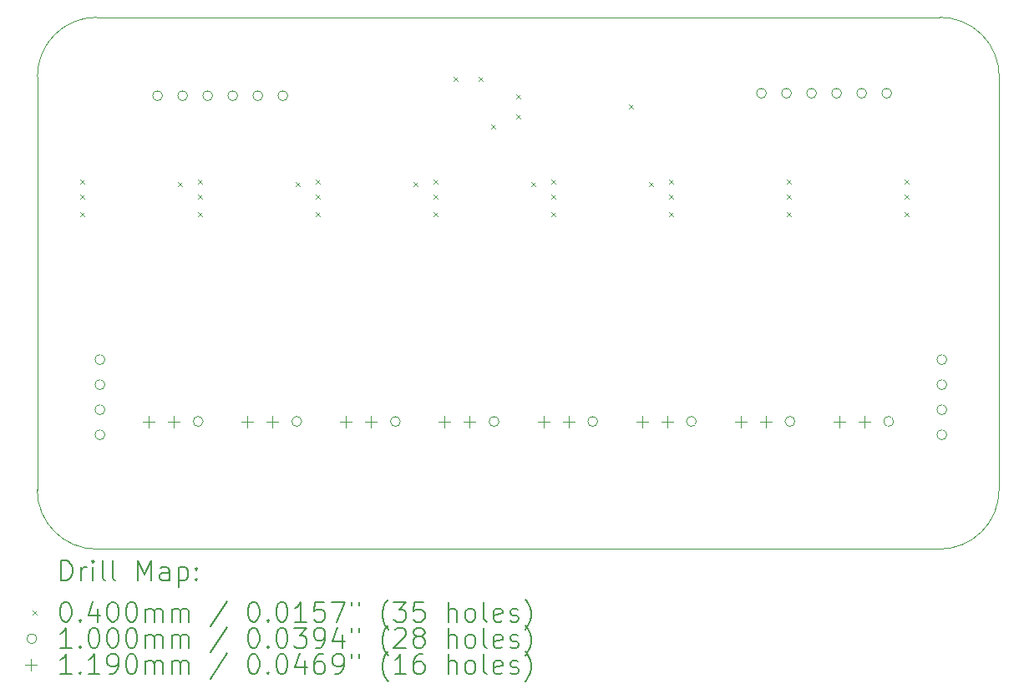
<source format=gbr>
%TF.GenerationSoftware,KiCad,Pcbnew,7.0.1*%
%TF.CreationDate,2025-03-09T11:22:31-05:00*%
%TF.ProjectId,Shift Register Mosfet Array V3,53686966-7420-4526-9567-697374657220,rev?*%
%TF.SameCoordinates,Original*%
%TF.FileFunction,Drillmap*%
%TF.FilePolarity,Positive*%
%FSLAX45Y45*%
G04 Gerber Fmt 4.5, Leading zero omitted, Abs format (unit mm)*
G04 Created by KiCad (PCBNEW 7.0.1) date 2025-03-09 11:22:31*
%MOMM*%
%LPD*%
G01*
G04 APERTURE LIST*
%ADD10C,0.100000*%
%ADD11C,0.200000*%
%ADD12C,0.040000*%
%ADD13C,0.119000*%
G04 APERTURE END LIST*
D10*
X15400000Y-8899600D02*
X6850000Y-8899600D01*
X16000000Y-9499600D02*
G75*
G03*
X15400000Y-8899600I-600000J0D01*
G01*
X6850000Y-8899600D02*
G75*
G03*
X6250000Y-9499600I0J-600000D01*
G01*
X6848400Y-14290600D02*
X15398400Y-14290600D01*
X15398400Y-14290600D02*
G75*
G03*
X15998400Y-13690600I0J600000D01*
G01*
X6250000Y-9499600D02*
X6248400Y-13690600D01*
X6248400Y-13690600D02*
G75*
G03*
X6848400Y-14290600I600000J0D01*
G01*
X15998400Y-13690600D02*
X16000000Y-9499600D01*
D11*
D12*
X6685600Y-10546400D02*
X6725600Y-10586400D01*
X6725600Y-10546400D02*
X6685600Y-10586400D01*
X6685600Y-10698800D02*
X6725600Y-10738800D01*
X6725600Y-10698800D02*
X6685600Y-10738800D01*
X6685600Y-10876600D02*
X6725600Y-10916600D01*
X6725600Y-10876600D02*
X6685600Y-10916600D01*
X7676200Y-10571800D02*
X7716200Y-10611800D01*
X7716200Y-10571800D02*
X7676200Y-10611800D01*
X7879400Y-10546400D02*
X7919400Y-10586400D01*
X7919400Y-10546400D02*
X7879400Y-10586400D01*
X7879400Y-10698800D02*
X7919400Y-10738800D01*
X7919400Y-10698800D02*
X7879400Y-10738800D01*
X7879400Y-10876600D02*
X7919400Y-10916600D01*
X7919400Y-10876600D02*
X7879400Y-10916600D01*
X8870000Y-10571800D02*
X8910000Y-10611800D01*
X8910000Y-10571800D02*
X8870000Y-10611800D01*
X9073200Y-10546400D02*
X9113200Y-10586400D01*
X9113200Y-10546400D02*
X9073200Y-10586400D01*
X9073200Y-10698800D02*
X9113200Y-10738800D01*
X9113200Y-10698800D02*
X9073200Y-10738800D01*
X9073200Y-10876600D02*
X9113200Y-10916600D01*
X9113200Y-10876600D02*
X9073200Y-10916600D01*
X10063800Y-10571800D02*
X10103800Y-10611800D01*
X10103800Y-10571800D02*
X10063800Y-10611800D01*
X10267000Y-10546400D02*
X10307000Y-10586400D01*
X10307000Y-10546400D02*
X10267000Y-10586400D01*
X10267000Y-10698800D02*
X10307000Y-10738800D01*
X10307000Y-10698800D02*
X10267000Y-10738800D01*
X10267000Y-10876600D02*
X10307000Y-10916600D01*
X10307000Y-10876600D02*
X10267000Y-10916600D01*
X10470200Y-9505000D02*
X10510200Y-9545000D01*
X10510200Y-9505000D02*
X10470200Y-9545000D01*
X10724200Y-9505000D02*
X10764200Y-9545000D01*
X10764200Y-9505000D02*
X10724200Y-9545000D01*
X10851200Y-9987600D02*
X10891200Y-10027600D01*
X10891200Y-9987600D02*
X10851200Y-10027600D01*
X11105200Y-9682800D02*
X11145200Y-9722800D01*
X11145200Y-9682800D02*
X11105200Y-9722800D01*
X11105200Y-9886000D02*
X11145200Y-9926000D01*
X11145200Y-9886000D02*
X11105200Y-9926000D01*
X11257600Y-10571800D02*
X11297600Y-10611800D01*
X11297600Y-10571800D02*
X11257600Y-10611800D01*
X11460800Y-10546400D02*
X11500800Y-10586400D01*
X11500800Y-10546400D02*
X11460800Y-10586400D01*
X11460800Y-10698800D02*
X11500800Y-10738800D01*
X11500800Y-10698800D02*
X11460800Y-10738800D01*
X11460800Y-10876600D02*
X11500800Y-10916600D01*
X11500800Y-10876600D02*
X11460800Y-10916600D01*
X12248200Y-9784400D02*
X12288200Y-9824400D01*
X12288200Y-9784400D02*
X12248200Y-9824400D01*
X12451400Y-10571800D02*
X12491400Y-10611800D01*
X12491400Y-10571800D02*
X12451400Y-10611800D01*
X12654600Y-10546400D02*
X12694600Y-10586400D01*
X12694600Y-10546400D02*
X12654600Y-10586400D01*
X12654600Y-10698800D02*
X12694600Y-10738800D01*
X12694600Y-10698800D02*
X12654600Y-10738800D01*
X12654600Y-10876600D02*
X12694600Y-10916600D01*
X12694600Y-10876600D02*
X12654600Y-10916600D01*
X13848400Y-10546400D02*
X13888400Y-10586400D01*
X13888400Y-10546400D02*
X13848400Y-10586400D01*
X13848400Y-10698800D02*
X13888400Y-10738800D01*
X13888400Y-10698800D02*
X13848400Y-10738800D01*
X13848400Y-10876600D02*
X13888400Y-10916600D01*
X13888400Y-10876600D02*
X13848400Y-10916600D01*
X15042200Y-10546400D02*
X15082200Y-10586400D01*
X15082200Y-10546400D02*
X15042200Y-10586400D01*
X15042200Y-10698800D02*
X15082200Y-10738800D01*
X15082200Y-10698800D02*
X15042200Y-10738800D01*
X15042200Y-10876600D02*
X15082200Y-10916600D01*
X15082200Y-10876600D02*
X15042200Y-10916600D01*
D10*
X6933400Y-12369800D02*
G75*
G03*
X6933400Y-12369800I-50000J0D01*
G01*
X6933400Y-12623800D02*
G75*
G03*
X6933400Y-12623800I-50000J0D01*
G01*
X6933400Y-12877800D02*
G75*
G03*
X6933400Y-12877800I-50000J0D01*
G01*
X6933400Y-13131800D02*
G75*
G03*
X6933400Y-13131800I-50000J0D01*
G01*
X7517600Y-9694400D02*
G75*
G03*
X7517600Y-9694400I-50000J0D01*
G01*
X7771600Y-9694400D02*
G75*
G03*
X7771600Y-9694400I-50000J0D01*
G01*
X7929200Y-12996800D02*
G75*
G03*
X7929200Y-12996800I-50000J0D01*
G01*
X8025600Y-9694400D02*
G75*
G03*
X8025600Y-9694400I-50000J0D01*
G01*
X8279600Y-9694400D02*
G75*
G03*
X8279600Y-9694400I-50000J0D01*
G01*
X8533600Y-9694400D02*
G75*
G03*
X8533600Y-9694400I-50000J0D01*
G01*
X8787600Y-9694400D02*
G75*
G03*
X8787600Y-9694400I-50000J0D01*
G01*
X8929200Y-12996800D02*
G75*
G03*
X8929200Y-12996800I-50000J0D01*
G01*
X9929200Y-12996800D02*
G75*
G03*
X9929200Y-12996800I-50000J0D01*
G01*
X10929200Y-12996800D02*
G75*
G03*
X10929200Y-12996800I-50000J0D01*
G01*
X11929200Y-12996800D02*
G75*
G03*
X11929200Y-12996800I-50000J0D01*
G01*
X12929200Y-12996800D02*
G75*
G03*
X12929200Y-12996800I-50000J0D01*
G01*
X13639000Y-9669000D02*
G75*
G03*
X13639000Y-9669000I-50000J0D01*
G01*
X13893000Y-9669000D02*
G75*
G03*
X13893000Y-9669000I-50000J0D01*
G01*
X13929200Y-12996800D02*
G75*
G03*
X13929200Y-12996800I-50000J0D01*
G01*
X14147000Y-9669000D02*
G75*
G03*
X14147000Y-9669000I-50000J0D01*
G01*
X14401000Y-9669000D02*
G75*
G03*
X14401000Y-9669000I-50000J0D01*
G01*
X14655000Y-9669000D02*
G75*
G03*
X14655000Y-9669000I-50000J0D01*
G01*
X14909000Y-9669000D02*
G75*
G03*
X14909000Y-9669000I-50000J0D01*
G01*
X14929200Y-12996800D02*
G75*
G03*
X14929200Y-12996800I-50000J0D01*
G01*
X15467800Y-12369800D02*
G75*
G03*
X15467800Y-12369800I-50000J0D01*
G01*
X15467800Y-12623800D02*
G75*
G03*
X15467800Y-12623800I-50000J0D01*
G01*
X15467800Y-12877800D02*
G75*
G03*
X15467800Y-12877800I-50000J0D01*
G01*
X15467800Y-13131800D02*
G75*
G03*
X15467800Y-13131800I-50000J0D01*
G01*
D13*
X7379200Y-12937300D02*
X7379200Y-13056300D01*
X7319700Y-12996800D02*
X7438700Y-12996800D01*
X7633200Y-12937300D02*
X7633200Y-13056300D01*
X7573700Y-12996800D02*
X7692700Y-12996800D01*
X8379200Y-12937300D02*
X8379200Y-13056300D01*
X8319700Y-12996800D02*
X8438700Y-12996800D01*
X8633200Y-12937300D02*
X8633200Y-13056300D01*
X8573700Y-12996800D02*
X8692700Y-12996800D01*
X9379200Y-12937300D02*
X9379200Y-13056300D01*
X9319700Y-12996800D02*
X9438700Y-12996800D01*
X9633200Y-12937300D02*
X9633200Y-13056300D01*
X9573700Y-12996800D02*
X9692700Y-12996800D01*
X10379200Y-12937300D02*
X10379200Y-13056300D01*
X10319700Y-12996800D02*
X10438700Y-12996800D01*
X10633200Y-12937300D02*
X10633200Y-13056300D01*
X10573700Y-12996800D02*
X10692700Y-12996800D01*
X11379200Y-12937300D02*
X11379200Y-13056300D01*
X11319700Y-12996800D02*
X11438700Y-12996800D01*
X11633200Y-12937300D02*
X11633200Y-13056300D01*
X11573700Y-12996800D02*
X11692700Y-12996800D01*
X12379200Y-12937300D02*
X12379200Y-13056300D01*
X12319700Y-12996800D02*
X12438700Y-12996800D01*
X12633200Y-12937300D02*
X12633200Y-13056300D01*
X12573700Y-12996800D02*
X12692700Y-12996800D01*
X13379200Y-12937300D02*
X13379200Y-13056300D01*
X13319700Y-12996800D02*
X13438700Y-12996800D01*
X13633200Y-12937300D02*
X13633200Y-13056300D01*
X13573700Y-12996800D02*
X13692700Y-12996800D01*
X14379200Y-12937300D02*
X14379200Y-13056300D01*
X14319700Y-12996800D02*
X14438700Y-12996800D01*
X14633200Y-12937300D02*
X14633200Y-13056300D01*
X14573700Y-12996800D02*
X14692700Y-12996800D01*
D11*
X6491019Y-14608124D02*
X6491019Y-14408124D01*
X6491019Y-14408124D02*
X6538638Y-14408124D01*
X6538638Y-14408124D02*
X6567209Y-14417648D01*
X6567209Y-14417648D02*
X6586257Y-14436695D01*
X6586257Y-14436695D02*
X6595781Y-14455743D01*
X6595781Y-14455743D02*
X6605305Y-14493838D01*
X6605305Y-14493838D02*
X6605305Y-14522409D01*
X6605305Y-14522409D02*
X6595781Y-14560505D01*
X6595781Y-14560505D02*
X6586257Y-14579552D01*
X6586257Y-14579552D02*
X6567209Y-14598600D01*
X6567209Y-14598600D02*
X6538638Y-14608124D01*
X6538638Y-14608124D02*
X6491019Y-14608124D01*
X6691019Y-14608124D02*
X6691019Y-14474790D01*
X6691019Y-14512886D02*
X6700543Y-14493838D01*
X6700543Y-14493838D02*
X6710067Y-14484314D01*
X6710067Y-14484314D02*
X6729114Y-14474790D01*
X6729114Y-14474790D02*
X6748162Y-14474790D01*
X6814828Y-14608124D02*
X6814828Y-14474790D01*
X6814828Y-14408124D02*
X6805305Y-14417648D01*
X6805305Y-14417648D02*
X6814828Y-14427171D01*
X6814828Y-14427171D02*
X6824352Y-14417648D01*
X6824352Y-14417648D02*
X6814828Y-14408124D01*
X6814828Y-14408124D02*
X6814828Y-14427171D01*
X6938638Y-14608124D02*
X6919590Y-14598600D01*
X6919590Y-14598600D02*
X6910067Y-14579552D01*
X6910067Y-14579552D02*
X6910067Y-14408124D01*
X7043400Y-14608124D02*
X7024352Y-14598600D01*
X7024352Y-14598600D02*
X7014828Y-14579552D01*
X7014828Y-14579552D02*
X7014828Y-14408124D01*
X7271971Y-14608124D02*
X7271971Y-14408124D01*
X7271971Y-14408124D02*
X7338638Y-14550981D01*
X7338638Y-14550981D02*
X7405305Y-14408124D01*
X7405305Y-14408124D02*
X7405305Y-14608124D01*
X7586257Y-14608124D02*
X7586257Y-14503362D01*
X7586257Y-14503362D02*
X7576733Y-14484314D01*
X7576733Y-14484314D02*
X7557686Y-14474790D01*
X7557686Y-14474790D02*
X7519590Y-14474790D01*
X7519590Y-14474790D02*
X7500543Y-14484314D01*
X7586257Y-14598600D02*
X7567209Y-14608124D01*
X7567209Y-14608124D02*
X7519590Y-14608124D01*
X7519590Y-14608124D02*
X7500543Y-14598600D01*
X7500543Y-14598600D02*
X7491019Y-14579552D01*
X7491019Y-14579552D02*
X7491019Y-14560505D01*
X7491019Y-14560505D02*
X7500543Y-14541457D01*
X7500543Y-14541457D02*
X7519590Y-14531933D01*
X7519590Y-14531933D02*
X7567209Y-14531933D01*
X7567209Y-14531933D02*
X7586257Y-14522409D01*
X7681495Y-14474790D02*
X7681495Y-14674790D01*
X7681495Y-14484314D02*
X7700543Y-14474790D01*
X7700543Y-14474790D02*
X7738638Y-14474790D01*
X7738638Y-14474790D02*
X7757686Y-14484314D01*
X7757686Y-14484314D02*
X7767209Y-14493838D01*
X7767209Y-14493838D02*
X7776733Y-14512886D01*
X7776733Y-14512886D02*
X7776733Y-14570028D01*
X7776733Y-14570028D02*
X7767209Y-14589076D01*
X7767209Y-14589076D02*
X7757686Y-14598600D01*
X7757686Y-14598600D02*
X7738638Y-14608124D01*
X7738638Y-14608124D02*
X7700543Y-14608124D01*
X7700543Y-14608124D02*
X7681495Y-14598600D01*
X7862448Y-14589076D02*
X7871971Y-14598600D01*
X7871971Y-14598600D02*
X7862448Y-14608124D01*
X7862448Y-14608124D02*
X7852924Y-14598600D01*
X7852924Y-14598600D02*
X7862448Y-14589076D01*
X7862448Y-14589076D02*
X7862448Y-14608124D01*
X7862448Y-14484314D02*
X7871971Y-14493838D01*
X7871971Y-14493838D02*
X7862448Y-14503362D01*
X7862448Y-14503362D02*
X7852924Y-14493838D01*
X7852924Y-14493838D02*
X7862448Y-14484314D01*
X7862448Y-14484314D02*
X7862448Y-14503362D01*
D12*
X6203400Y-14915600D02*
X6243400Y-14955600D01*
X6243400Y-14915600D02*
X6203400Y-14955600D01*
D11*
X6529114Y-14828124D02*
X6548162Y-14828124D01*
X6548162Y-14828124D02*
X6567209Y-14837648D01*
X6567209Y-14837648D02*
X6576733Y-14847171D01*
X6576733Y-14847171D02*
X6586257Y-14866219D01*
X6586257Y-14866219D02*
X6595781Y-14904314D01*
X6595781Y-14904314D02*
X6595781Y-14951933D01*
X6595781Y-14951933D02*
X6586257Y-14990028D01*
X6586257Y-14990028D02*
X6576733Y-15009076D01*
X6576733Y-15009076D02*
X6567209Y-15018600D01*
X6567209Y-15018600D02*
X6548162Y-15028124D01*
X6548162Y-15028124D02*
X6529114Y-15028124D01*
X6529114Y-15028124D02*
X6510067Y-15018600D01*
X6510067Y-15018600D02*
X6500543Y-15009076D01*
X6500543Y-15009076D02*
X6491019Y-14990028D01*
X6491019Y-14990028D02*
X6481495Y-14951933D01*
X6481495Y-14951933D02*
X6481495Y-14904314D01*
X6481495Y-14904314D02*
X6491019Y-14866219D01*
X6491019Y-14866219D02*
X6500543Y-14847171D01*
X6500543Y-14847171D02*
X6510067Y-14837648D01*
X6510067Y-14837648D02*
X6529114Y-14828124D01*
X6681495Y-15009076D02*
X6691019Y-15018600D01*
X6691019Y-15018600D02*
X6681495Y-15028124D01*
X6681495Y-15028124D02*
X6671971Y-15018600D01*
X6671971Y-15018600D02*
X6681495Y-15009076D01*
X6681495Y-15009076D02*
X6681495Y-15028124D01*
X6862448Y-14894790D02*
X6862448Y-15028124D01*
X6814828Y-14818600D02*
X6767209Y-14961457D01*
X6767209Y-14961457D02*
X6891019Y-14961457D01*
X7005305Y-14828124D02*
X7024352Y-14828124D01*
X7024352Y-14828124D02*
X7043400Y-14837648D01*
X7043400Y-14837648D02*
X7052924Y-14847171D01*
X7052924Y-14847171D02*
X7062448Y-14866219D01*
X7062448Y-14866219D02*
X7071971Y-14904314D01*
X7071971Y-14904314D02*
X7071971Y-14951933D01*
X7071971Y-14951933D02*
X7062448Y-14990028D01*
X7062448Y-14990028D02*
X7052924Y-15009076D01*
X7052924Y-15009076D02*
X7043400Y-15018600D01*
X7043400Y-15018600D02*
X7024352Y-15028124D01*
X7024352Y-15028124D02*
X7005305Y-15028124D01*
X7005305Y-15028124D02*
X6986257Y-15018600D01*
X6986257Y-15018600D02*
X6976733Y-15009076D01*
X6976733Y-15009076D02*
X6967209Y-14990028D01*
X6967209Y-14990028D02*
X6957686Y-14951933D01*
X6957686Y-14951933D02*
X6957686Y-14904314D01*
X6957686Y-14904314D02*
X6967209Y-14866219D01*
X6967209Y-14866219D02*
X6976733Y-14847171D01*
X6976733Y-14847171D02*
X6986257Y-14837648D01*
X6986257Y-14837648D02*
X7005305Y-14828124D01*
X7195781Y-14828124D02*
X7214829Y-14828124D01*
X7214829Y-14828124D02*
X7233876Y-14837648D01*
X7233876Y-14837648D02*
X7243400Y-14847171D01*
X7243400Y-14847171D02*
X7252924Y-14866219D01*
X7252924Y-14866219D02*
X7262448Y-14904314D01*
X7262448Y-14904314D02*
X7262448Y-14951933D01*
X7262448Y-14951933D02*
X7252924Y-14990028D01*
X7252924Y-14990028D02*
X7243400Y-15009076D01*
X7243400Y-15009076D02*
X7233876Y-15018600D01*
X7233876Y-15018600D02*
X7214829Y-15028124D01*
X7214829Y-15028124D02*
X7195781Y-15028124D01*
X7195781Y-15028124D02*
X7176733Y-15018600D01*
X7176733Y-15018600D02*
X7167209Y-15009076D01*
X7167209Y-15009076D02*
X7157686Y-14990028D01*
X7157686Y-14990028D02*
X7148162Y-14951933D01*
X7148162Y-14951933D02*
X7148162Y-14904314D01*
X7148162Y-14904314D02*
X7157686Y-14866219D01*
X7157686Y-14866219D02*
X7167209Y-14847171D01*
X7167209Y-14847171D02*
X7176733Y-14837648D01*
X7176733Y-14837648D02*
X7195781Y-14828124D01*
X7348162Y-15028124D02*
X7348162Y-14894790D01*
X7348162Y-14913838D02*
X7357686Y-14904314D01*
X7357686Y-14904314D02*
X7376733Y-14894790D01*
X7376733Y-14894790D02*
X7405305Y-14894790D01*
X7405305Y-14894790D02*
X7424352Y-14904314D01*
X7424352Y-14904314D02*
X7433876Y-14923362D01*
X7433876Y-14923362D02*
X7433876Y-15028124D01*
X7433876Y-14923362D02*
X7443400Y-14904314D01*
X7443400Y-14904314D02*
X7462448Y-14894790D01*
X7462448Y-14894790D02*
X7491019Y-14894790D01*
X7491019Y-14894790D02*
X7510067Y-14904314D01*
X7510067Y-14904314D02*
X7519590Y-14923362D01*
X7519590Y-14923362D02*
X7519590Y-15028124D01*
X7614829Y-15028124D02*
X7614829Y-14894790D01*
X7614829Y-14913838D02*
X7624352Y-14904314D01*
X7624352Y-14904314D02*
X7643400Y-14894790D01*
X7643400Y-14894790D02*
X7671971Y-14894790D01*
X7671971Y-14894790D02*
X7691019Y-14904314D01*
X7691019Y-14904314D02*
X7700543Y-14923362D01*
X7700543Y-14923362D02*
X7700543Y-15028124D01*
X7700543Y-14923362D02*
X7710067Y-14904314D01*
X7710067Y-14904314D02*
X7729114Y-14894790D01*
X7729114Y-14894790D02*
X7757686Y-14894790D01*
X7757686Y-14894790D02*
X7776733Y-14904314D01*
X7776733Y-14904314D02*
X7786257Y-14923362D01*
X7786257Y-14923362D02*
X7786257Y-15028124D01*
X8176733Y-14818600D02*
X8005305Y-15075743D01*
X8433876Y-14828124D02*
X8452924Y-14828124D01*
X8452924Y-14828124D02*
X8471972Y-14837648D01*
X8471972Y-14837648D02*
X8481495Y-14847171D01*
X8481495Y-14847171D02*
X8491019Y-14866219D01*
X8491019Y-14866219D02*
X8500543Y-14904314D01*
X8500543Y-14904314D02*
X8500543Y-14951933D01*
X8500543Y-14951933D02*
X8491019Y-14990028D01*
X8491019Y-14990028D02*
X8481495Y-15009076D01*
X8481495Y-15009076D02*
X8471972Y-15018600D01*
X8471972Y-15018600D02*
X8452924Y-15028124D01*
X8452924Y-15028124D02*
X8433876Y-15028124D01*
X8433876Y-15028124D02*
X8414829Y-15018600D01*
X8414829Y-15018600D02*
X8405305Y-15009076D01*
X8405305Y-15009076D02*
X8395781Y-14990028D01*
X8395781Y-14990028D02*
X8386257Y-14951933D01*
X8386257Y-14951933D02*
X8386257Y-14904314D01*
X8386257Y-14904314D02*
X8395781Y-14866219D01*
X8395781Y-14866219D02*
X8405305Y-14847171D01*
X8405305Y-14847171D02*
X8414829Y-14837648D01*
X8414829Y-14837648D02*
X8433876Y-14828124D01*
X8586257Y-15009076D02*
X8595781Y-15018600D01*
X8595781Y-15018600D02*
X8586257Y-15028124D01*
X8586257Y-15028124D02*
X8576734Y-15018600D01*
X8576734Y-15018600D02*
X8586257Y-15009076D01*
X8586257Y-15009076D02*
X8586257Y-15028124D01*
X8719591Y-14828124D02*
X8738638Y-14828124D01*
X8738638Y-14828124D02*
X8757686Y-14837648D01*
X8757686Y-14837648D02*
X8767210Y-14847171D01*
X8767210Y-14847171D02*
X8776734Y-14866219D01*
X8776734Y-14866219D02*
X8786257Y-14904314D01*
X8786257Y-14904314D02*
X8786257Y-14951933D01*
X8786257Y-14951933D02*
X8776734Y-14990028D01*
X8776734Y-14990028D02*
X8767210Y-15009076D01*
X8767210Y-15009076D02*
X8757686Y-15018600D01*
X8757686Y-15018600D02*
X8738638Y-15028124D01*
X8738638Y-15028124D02*
X8719591Y-15028124D01*
X8719591Y-15028124D02*
X8700543Y-15018600D01*
X8700543Y-15018600D02*
X8691019Y-15009076D01*
X8691019Y-15009076D02*
X8681495Y-14990028D01*
X8681495Y-14990028D02*
X8671972Y-14951933D01*
X8671972Y-14951933D02*
X8671972Y-14904314D01*
X8671972Y-14904314D02*
X8681495Y-14866219D01*
X8681495Y-14866219D02*
X8691019Y-14847171D01*
X8691019Y-14847171D02*
X8700543Y-14837648D01*
X8700543Y-14837648D02*
X8719591Y-14828124D01*
X8976734Y-15028124D02*
X8862448Y-15028124D01*
X8919591Y-15028124D02*
X8919591Y-14828124D01*
X8919591Y-14828124D02*
X8900543Y-14856695D01*
X8900543Y-14856695D02*
X8881495Y-14875743D01*
X8881495Y-14875743D02*
X8862448Y-14885267D01*
X9157686Y-14828124D02*
X9062448Y-14828124D01*
X9062448Y-14828124D02*
X9052924Y-14923362D01*
X9052924Y-14923362D02*
X9062448Y-14913838D01*
X9062448Y-14913838D02*
X9081495Y-14904314D01*
X9081495Y-14904314D02*
X9129115Y-14904314D01*
X9129115Y-14904314D02*
X9148162Y-14913838D01*
X9148162Y-14913838D02*
X9157686Y-14923362D01*
X9157686Y-14923362D02*
X9167210Y-14942409D01*
X9167210Y-14942409D02*
X9167210Y-14990028D01*
X9167210Y-14990028D02*
X9157686Y-15009076D01*
X9157686Y-15009076D02*
X9148162Y-15018600D01*
X9148162Y-15018600D02*
X9129115Y-15028124D01*
X9129115Y-15028124D02*
X9081495Y-15028124D01*
X9081495Y-15028124D02*
X9062448Y-15018600D01*
X9062448Y-15018600D02*
X9052924Y-15009076D01*
X9233876Y-14828124D02*
X9367210Y-14828124D01*
X9367210Y-14828124D02*
X9281495Y-15028124D01*
X9433876Y-14828124D02*
X9433876Y-14866219D01*
X9510067Y-14828124D02*
X9510067Y-14866219D01*
X9805305Y-15104314D02*
X9795781Y-15094790D01*
X9795781Y-15094790D02*
X9776734Y-15066219D01*
X9776734Y-15066219D02*
X9767210Y-15047171D01*
X9767210Y-15047171D02*
X9757686Y-15018600D01*
X9757686Y-15018600D02*
X9748162Y-14970981D01*
X9748162Y-14970981D02*
X9748162Y-14932886D01*
X9748162Y-14932886D02*
X9757686Y-14885267D01*
X9757686Y-14885267D02*
X9767210Y-14856695D01*
X9767210Y-14856695D02*
X9776734Y-14837648D01*
X9776734Y-14837648D02*
X9795781Y-14809076D01*
X9795781Y-14809076D02*
X9805305Y-14799552D01*
X9862448Y-14828124D02*
X9986257Y-14828124D01*
X9986257Y-14828124D02*
X9919591Y-14904314D01*
X9919591Y-14904314D02*
X9948162Y-14904314D01*
X9948162Y-14904314D02*
X9967210Y-14913838D01*
X9967210Y-14913838D02*
X9976734Y-14923362D01*
X9976734Y-14923362D02*
X9986257Y-14942409D01*
X9986257Y-14942409D02*
X9986257Y-14990028D01*
X9986257Y-14990028D02*
X9976734Y-15009076D01*
X9976734Y-15009076D02*
X9967210Y-15018600D01*
X9967210Y-15018600D02*
X9948162Y-15028124D01*
X9948162Y-15028124D02*
X9891019Y-15028124D01*
X9891019Y-15028124D02*
X9871972Y-15018600D01*
X9871972Y-15018600D02*
X9862448Y-15009076D01*
X10167210Y-14828124D02*
X10071972Y-14828124D01*
X10071972Y-14828124D02*
X10062448Y-14923362D01*
X10062448Y-14923362D02*
X10071972Y-14913838D01*
X10071972Y-14913838D02*
X10091019Y-14904314D01*
X10091019Y-14904314D02*
X10138638Y-14904314D01*
X10138638Y-14904314D02*
X10157686Y-14913838D01*
X10157686Y-14913838D02*
X10167210Y-14923362D01*
X10167210Y-14923362D02*
X10176734Y-14942409D01*
X10176734Y-14942409D02*
X10176734Y-14990028D01*
X10176734Y-14990028D02*
X10167210Y-15009076D01*
X10167210Y-15009076D02*
X10157686Y-15018600D01*
X10157686Y-15018600D02*
X10138638Y-15028124D01*
X10138638Y-15028124D02*
X10091019Y-15028124D01*
X10091019Y-15028124D02*
X10071972Y-15018600D01*
X10071972Y-15018600D02*
X10062448Y-15009076D01*
X10414829Y-15028124D02*
X10414829Y-14828124D01*
X10500543Y-15028124D02*
X10500543Y-14923362D01*
X10500543Y-14923362D02*
X10491019Y-14904314D01*
X10491019Y-14904314D02*
X10471972Y-14894790D01*
X10471972Y-14894790D02*
X10443400Y-14894790D01*
X10443400Y-14894790D02*
X10424353Y-14904314D01*
X10424353Y-14904314D02*
X10414829Y-14913838D01*
X10624353Y-15028124D02*
X10605305Y-15018600D01*
X10605305Y-15018600D02*
X10595781Y-15009076D01*
X10595781Y-15009076D02*
X10586258Y-14990028D01*
X10586258Y-14990028D02*
X10586258Y-14932886D01*
X10586258Y-14932886D02*
X10595781Y-14913838D01*
X10595781Y-14913838D02*
X10605305Y-14904314D01*
X10605305Y-14904314D02*
X10624353Y-14894790D01*
X10624353Y-14894790D02*
X10652924Y-14894790D01*
X10652924Y-14894790D02*
X10671972Y-14904314D01*
X10671972Y-14904314D02*
X10681496Y-14913838D01*
X10681496Y-14913838D02*
X10691019Y-14932886D01*
X10691019Y-14932886D02*
X10691019Y-14990028D01*
X10691019Y-14990028D02*
X10681496Y-15009076D01*
X10681496Y-15009076D02*
X10671972Y-15018600D01*
X10671972Y-15018600D02*
X10652924Y-15028124D01*
X10652924Y-15028124D02*
X10624353Y-15028124D01*
X10805305Y-15028124D02*
X10786258Y-15018600D01*
X10786258Y-15018600D02*
X10776734Y-14999552D01*
X10776734Y-14999552D02*
X10776734Y-14828124D01*
X10957686Y-15018600D02*
X10938639Y-15028124D01*
X10938639Y-15028124D02*
X10900543Y-15028124D01*
X10900543Y-15028124D02*
X10881496Y-15018600D01*
X10881496Y-15018600D02*
X10871972Y-14999552D01*
X10871972Y-14999552D02*
X10871972Y-14923362D01*
X10871972Y-14923362D02*
X10881496Y-14904314D01*
X10881496Y-14904314D02*
X10900543Y-14894790D01*
X10900543Y-14894790D02*
X10938639Y-14894790D01*
X10938639Y-14894790D02*
X10957686Y-14904314D01*
X10957686Y-14904314D02*
X10967210Y-14923362D01*
X10967210Y-14923362D02*
X10967210Y-14942409D01*
X10967210Y-14942409D02*
X10871972Y-14961457D01*
X11043400Y-15018600D02*
X11062448Y-15028124D01*
X11062448Y-15028124D02*
X11100543Y-15028124D01*
X11100543Y-15028124D02*
X11119591Y-15018600D01*
X11119591Y-15018600D02*
X11129115Y-14999552D01*
X11129115Y-14999552D02*
X11129115Y-14990028D01*
X11129115Y-14990028D02*
X11119591Y-14970981D01*
X11119591Y-14970981D02*
X11100543Y-14961457D01*
X11100543Y-14961457D02*
X11071972Y-14961457D01*
X11071972Y-14961457D02*
X11052924Y-14951933D01*
X11052924Y-14951933D02*
X11043400Y-14932886D01*
X11043400Y-14932886D02*
X11043400Y-14923362D01*
X11043400Y-14923362D02*
X11052924Y-14904314D01*
X11052924Y-14904314D02*
X11071972Y-14894790D01*
X11071972Y-14894790D02*
X11100543Y-14894790D01*
X11100543Y-14894790D02*
X11119591Y-14904314D01*
X11195781Y-15104314D02*
X11205305Y-15094790D01*
X11205305Y-15094790D02*
X11224353Y-15066219D01*
X11224353Y-15066219D02*
X11233877Y-15047171D01*
X11233877Y-15047171D02*
X11243400Y-15018600D01*
X11243400Y-15018600D02*
X11252924Y-14970981D01*
X11252924Y-14970981D02*
X11252924Y-14932886D01*
X11252924Y-14932886D02*
X11243400Y-14885267D01*
X11243400Y-14885267D02*
X11233877Y-14856695D01*
X11233877Y-14856695D02*
X11224353Y-14837648D01*
X11224353Y-14837648D02*
X11205305Y-14809076D01*
X11205305Y-14809076D02*
X11195781Y-14799552D01*
D10*
X6243400Y-15199600D02*
G75*
G03*
X6243400Y-15199600I-50000J0D01*
G01*
D11*
X6595781Y-15292124D02*
X6481495Y-15292124D01*
X6538638Y-15292124D02*
X6538638Y-15092124D01*
X6538638Y-15092124D02*
X6519590Y-15120695D01*
X6519590Y-15120695D02*
X6500543Y-15139743D01*
X6500543Y-15139743D02*
X6481495Y-15149267D01*
X6681495Y-15273076D02*
X6691019Y-15282600D01*
X6691019Y-15282600D02*
X6681495Y-15292124D01*
X6681495Y-15292124D02*
X6671971Y-15282600D01*
X6671971Y-15282600D02*
X6681495Y-15273076D01*
X6681495Y-15273076D02*
X6681495Y-15292124D01*
X6814828Y-15092124D02*
X6833876Y-15092124D01*
X6833876Y-15092124D02*
X6852924Y-15101648D01*
X6852924Y-15101648D02*
X6862448Y-15111171D01*
X6862448Y-15111171D02*
X6871971Y-15130219D01*
X6871971Y-15130219D02*
X6881495Y-15168314D01*
X6881495Y-15168314D02*
X6881495Y-15215933D01*
X6881495Y-15215933D02*
X6871971Y-15254028D01*
X6871971Y-15254028D02*
X6862448Y-15273076D01*
X6862448Y-15273076D02*
X6852924Y-15282600D01*
X6852924Y-15282600D02*
X6833876Y-15292124D01*
X6833876Y-15292124D02*
X6814828Y-15292124D01*
X6814828Y-15292124D02*
X6795781Y-15282600D01*
X6795781Y-15282600D02*
X6786257Y-15273076D01*
X6786257Y-15273076D02*
X6776733Y-15254028D01*
X6776733Y-15254028D02*
X6767209Y-15215933D01*
X6767209Y-15215933D02*
X6767209Y-15168314D01*
X6767209Y-15168314D02*
X6776733Y-15130219D01*
X6776733Y-15130219D02*
X6786257Y-15111171D01*
X6786257Y-15111171D02*
X6795781Y-15101648D01*
X6795781Y-15101648D02*
X6814828Y-15092124D01*
X7005305Y-15092124D02*
X7024352Y-15092124D01*
X7024352Y-15092124D02*
X7043400Y-15101648D01*
X7043400Y-15101648D02*
X7052924Y-15111171D01*
X7052924Y-15111171D02*
X7062448Y-15130219D01*
X7062448Y-15130219D02*
X7071971Y-15168314D01*
X7071971Y-15168314D02*
X7071971Y-15215933D01*
X7071971Y-15215933D02*
X7062448Y-15254028D01*
X7062448Y-15254028D02*
X7052924Y-15273076D01*
X7052924Y-15273076D02*
X7043400Y-15282600D01*
X7043400Y-15282600D02*
X7024352Y-15292124D01*
X7024352Y-15292124D02*
X7005305Y-15292124D01*
X7005305Y-15292124D02*
X6986257Y-15282600D01*
X6986257Y-15282600D02*
X6976733Y-15273076D01*
X6976733Y-15273076D02*
X6967209Y-15254028D01*
X6967209Y-15254028D02*
X6957686Y-15215933D01*
X6957686Y-15215933D02*
X6957686Y-15168314D01*
X6957686Y-15168314D02*
X6967209Y-15130219D01*
X6967209Y-15130219D02*
X6976733Y-15111171D01*
X6976733Y-15111171D02*
X6986257Y-15101648D01*
X6986257Y-15101648D02*
X7005305Y-15092124D01*
X7195781Y-15092124D02*
X7214829Y-15092124D01*
X7214829Y-15092124D02*
X7233876Y-15101648D01*
X7233876Y-15101648D02*
X7243400Y-15111171D01*
X7243400Y-15111171D02*
X7252924Y-15130219D01*
X7252924Y-15130219D02*
X7262448Y-15168314D01*
X7262448Y-15168314D02*
X7262448Y-15215933D01*
X7262448Y-15215933D02*
X7252924Y-15254028D01*
X7252924Y-15254028D02*
X7243400Y-15273076D01*
X7243400Y-15273076D02*
X7233876Y-15282600D01*
X7233876Y-15282600D02*
X7214829Y-15292124D01*
X7214829Y-15292124D02*
X7195781Y-15292124D01*
X7195781Y-15292124D02*
X7176733Y-15282600D01*
X7176733Y-15282600D02*
X7167209Y-15273076D01*
X7167209Y-15273076D02*
X7157686Y-15254028D01*
X7157686Y-15254028D02*
X7148162Y-15215933D01*
X7148162Y-15215933D02*
X7148162Y-15168314D01*
X7148162Y-15168314D02*
X7157686Y-15130219D01*
X7157686Y-15130219D02*
X7167209Y-15111171D01*
X7167209Y-15111171D02*
X7176733Y-15101648D01*
X7176733Y-15101648D02*
X7195781Y-15092124D01*
X7348162Y-15292124D02*
X7348162Y-15158790D01*
X7348162Y-15177838D02*
X7357686Y-15168314D01*
X7357686Y-15168314D02*
X7376733Y-15158790D01*
X7376733Y-15158790D02*
X7405305Y-15158790D01*
X7405305Y-15158790D02*
X7424352Y-15168314D01*
X7424352Y-15168314D02*
X7433876Y-15187362D01*
X7433876Y-15187362D02*
X7433876Y-15292124D01*
X7433876Y-15187362D02*
X7443400Y-15168314D01*
X7443400Y-15168314D02*
X7462448Y-15158790D01*
X7462448Y-15158790D02*
X7491019Y-15158790D01*
X7491019Y-15158790D02*
X7510067Y-15168314D01*
X7510067Y-15168314D02*
X7519590Y-15187362D01*
X7519590Y-15187362D02*
X7519590Y-15292124D01*
X7614829Y-15292124D02*
X7614829Y-15158790D01*
X7614829Y-15177838D02*
X7624352Y-15168314D01*
X7624352Y-15168314D02*
X7643400Y-15158790D01*
X7643400Y-15158790D02*
X7671971Y-15158790D01*
X7671971Y-15158790D02*
X7691019Y-15168314D01*
X7691019Y-15168314D02*
X7700543Y-15187362D01*
X7700543Y-15187362D02*
X7700543Y-15292124D01*
X7700543Y-15187362D02*
X7710067Y-15168314D01*
X7710067Y-15168314D02*
X7729114Y-15158790D01*
X7729114Y-15158790D02*
X7757686Y-15158790D01*
X7757686Y-15158790D02*
X7776733Y-15168314D01*
X7776733Y-15168314D02*
X7786257Y-15187362D01*
X7786257Y-15187362D02*
X7786257Y-15292124D01*
X8176733Y-15082600D02*
X8005305Y-15339743D01*
X8433876Y-15092124D02*
X8452924Y-15092124D01*
X8452924Y-15092124D02*
X8471972Y-15101648D01*
X8471972Y-15101648D02*
X8481495Y-15111171D01*
X8481495Y-15111171D02*
X8491019Y-15130219D01*
X8491019Y-15130219D02*
X8500543Y-15168314D01*
X8500543Y-15168314D02*
X8500543Y-15215933D01*
X8500543Y-15215933D02*
X8491019Y-15254028D01*
X8491019Y-15254028D02*
X8481495Y-15273076D01*
X8481495Y-15273076D02*
X8471972Y-15282600D01*
X8471972Y-15282600D02*
X8452924Y-15292124D01*
X8452924Y-15292124D02*
X8433876Y-15292124D01*
X8433876Y-15292124D02*
X8414829Y-15282600D01*
X8414829Y-15282600D02*
X8405305Y-15273076D01*
X8405305Y-15273076D02*
X8395781Y-15254028D01*
X8395781Y-15254028D02*
X8386257Y-15215933D01*
X8386257Y-15215933D02*
X8386257Y-15168314D01*
X8386257Y-15168314D02*
X8395781Y-15130219D01*
X8395781Y-15130219D02*
X8405305Y-15111171D01*
X8405305Y-15111171D02*
X8414829Y-15101648D01*
X8414829Y-15101648D02*
X8433876Y-15092124D01*
X8586257Y-15273076D02*
X8595781Y-15282600D01*
X8595781Y-15282600D02*
X8586257Y-15292124D01*
X8586257Y-15292124D02*
X8576734Y-15282600D01*
X8576734Y-15282600D02*
X8586257Y-15273076D01*
X8586257Y-15273076D02*
X8586257Y-15292124D01*
X8719591Y-15092124D02*
X8738638Y-15092124D01*
X8738638Y-15092124D02*
X8757686Y-15101648D01*
X8757686Y-15101648D02*
X8767210Y-15111171D01*
X8767210Y-15111171D02*
X8776734Y-15130219D01*
X8776734Y-15130219D02*
X8786257Y-15168314D01*
X8786257Y-15168314D02*
X8786257Y-15215933D01*
X8786257Y-15215933D02*
X8776734Y-15254028D01*
X8776734Y-15254028D02*
X8767210Y-15273076D01*
X8767210Y-15273076D02*
X8757686Y-15282600D01*
X8757686Y-15282600D02*
X8738638Y-15292124D01*
X8738638Y-15292124D02*
X8719591Y-15292124D01*
X8719591Y-15292124D02*
X8700543Y-15282600D01*
X8700543Y-15282600D02*
X8691019Y-15273076D01*
X8691019Y-15273076D02*
X8681495Y-15254028D01*
X8681495Y-15254028D02*
X8671972Y-15215933D01*
X8671972Y-15215933D02*
X8671972Y-15168314D01*
X8671972Y-15168314D02*
X8681495Y-15130219D01*
X8681495Y-15130219D02*
X8691019Y-15111171D01*
X8691019Y-15111171D02*
X8700543Y-15101648D01*
X8700543Y-15101648D02*
X8719591Y-15092124D01*
X8852924Y-15092124D02*
X8976734Y-15092124D01*
X8976734Y-15092124D02*
X8910067Y-15168314D01*
X8910067Y-15168314D02*
X8938638Y-15168314D01*
X8938638Y-15168314D02*
X8957686Y-15177838D01*
X8957686Y-15177838D02*
X8967210Y-15187362D01*
X8967210Y-15187362D02*
X8976734Y-15206409D01*
X8976734Y-15206409D02*
X8976734Y-15254028D01*
X8976734Y-15254028D02*
X8967210Y-15273076D01*
X8967210Y-15273076D02*
X8957686Y-15282600D01*
X8957686Y-15282600D02*
X8938638Y-15292124D01*
X8938638Y-15292124D02*
X8881495Y-15292124D01*
X8881495Y-15292124D02*
X8862448Y-15282600D01*
X8862448Y-15282600D02*
X8852924Y-15273076D01*
X9071972Y-15292124D02*
X9110067Y-15292124D01*
X9110067Y-15292124D02*
X9129115Y-15282600D01*
X9129115Y-15282600D02*
X9138638Y-15273076D01*
X9138638Y-15273076D02*
X9157686Y-15244505D01*
X9157686Y-15244505D02*
X9167210Y-15206409D01*
X9167210Y-15206409D02*
X9167210Y-15130219D01*
X9167210Y-15130219D02*
X9157686Y-15111171D01*
X9157686Y-15111171D02*
X9148162Y-15101648D01*
X9148162Y-15101648D02*
X9129115Y-15092124D01*
X9129115Y-15092124D02*
X9091019Y-15092124D01*
X9091019Y-15092124D02*
X9071972Y-15101648D01*
X9071972Y-15101648D02*
X9062448Y-15111171D01*
X9062448Y-15111171D02*
X9052924Y-15130219D01*
X9052924Y-15130219D02*
X9052924Y-15177838D01*
X9052924Y-15177838D02*
X9062448Y-15196886D01*
X9062448Y-15196886D02*
X9071972Y-15206409D01*
X9071972Y-15206409D02*
X9091019Y-15215933D01*
X9091019Y-15215933D02*
X9129115Y-15215933D01*
X9129115Y-15215933D02*
X9148162Y-15206409D01*
X9148162Y-15206409D02*
X9157686Y-15196886D01*
X9157686Y-15196886D02*
X9167210Y-15177838D01*
X9338638Y-15158790D02*
X9338638Y-15292124D01*
X9291019Y-15082600D02*
X9243400Y-15225457D01*
X9243400Y-15225457D02*
X9367210Y-15225457D01*
X9433876Y-15092124D02*
X9433876Y-15130219D01*
X9510067Y-15092124D02*
X9510067Y-15130219D01*
X9805305Y-15368314D02*
X9795781Y-15358790D01*
X9795781Y-15358790D02*
X9776734Y-15330219D01*
X9776734Y-15330219D02*
X9767210Y-15311171D01*
X9767210Y-15311171D02*
X9757686Y-15282600D01*
X9757686Y-15282600D02*
X9748162Y-15234981D01*
X9748162Y-15234981D02*
X9748162Y-15196886D01*
X9748162Y-15196886D02*
X9757686Y-15149267D01*
X9757686Y-15149267D02*
X9767210Y-15120695D01*
X9767210Y-15120695D02*
X9776734Y-15101648D01*
X9776734Y-15101648D02*
X9795781Y-15073076D01*
X9795781Y-15073076D02*
X9805305Y-15063552D01*
X9871972Y-15111171D02*
X9881496Y-15101648D01*
X9881496Y-15101648D02*
X9900543Y-15092124D01*
X9900543Y-15092124D02*
X9948162Y-15092124D01*
X9948162Y-15092124D02*
X9967210Y-15101648D01*
X9967210Y-15101648D02*
X9976734Y-15111171D01*
X9976734Y-15111171D02*
X9986257Y-15130219D01*
X9986257Y-15130219D02*
X9986257Y-15149267D01*
X9986257Y-15149267D02*
X9976734Y-15177838D01*
X9976734Y-15177838D02*
X9862448Y-15292124D01*
X9862448Y-15292124D02*
X9986257Y-15292124D01*
X10100543Y-15177838D02*
X10081496Y-15168314D01*
X10081496Y-15168314D02*
X10071972Y-15158790D01*
X10071972Y-15158790D02*
X10062448Y-15139743D01*
X10062448Y-15139743D02*
X10062448Y-15130219D01*
X10062448Y-15130219D02*
X10071972Y-15111171D01*
X10071972Y-15111171D02*
X10081496Y-15101648D01*
X10081496Y-15101648D02*
X10100543Y-15092124D01*
X10100543Y-15092124D02*
X10138638Y-15092124D01*
X10138638Y-15092124D02*
X10157686Y-15101648D01*
X10157686Y-15101648D02*
X10167210Y-15111171D01*
X10167210Y-15111171D02*
X10176734Y-15130219D01*
X10176734Y-15130219D02*
X10176734Y-15139743D01*
X10176734Y-15139743D02*
X10167210Y-15158790D01*
X10167210Y-15158790D02*
X10157686Y-15168314D01*
X10157686Y-15168314D02*
X10138638Y-15177838D01*
X10138638Y-15177838D02*
X10100543Y-15177838D01*
X10100543Y-15177838D02*
X10081496Y-15187362D01*
X10081496Y-15187362D02*
X10071972Y-15196886D01*
X10071972Y-15196886D02*
X10062448Y-15215933D01*
X10062448Y-15215933D02*
X10062448Y-15254028D01*
X10062448Y-15254028D02*
X10071972Y-15273076D01*
X10071972Y-15273076D02*
X10081496Y-15282600D01*
X10081496Y-15282600D02*
X10100543Y-15292124D01*
X10100543Y-15292124D02*
X10138638Y-15292124D01*
X10138638Y-15292124D02*
X10157686Y-15282600D01*
X10157686Y-15282600D02*
X10167210Y-15273076D01*
X10167210Y-15273076D02*
X10176734Y-15254028D01*
X10176734Y-15254028D02*
X10176734Y-15215933D01*
X10176734Y-15215933D02*
X10167210Y-15196886D01*
X10167210Y-15196886D02*
X10157686Y-15187362D01*
X10157686Y-15187362D02*
X10138638Y-15177838D01*
X10414829Y-15292124D02*
X10414829Y-15092124D01*
X10500543Y-15292124D02*
X10500543Y-15187362D01*
X10500543Y-15187362D02*
X10491019Y-15168314D01*
X10491019Y-15168314D02*
X10471972Y-15158790D01*
X10471972Y-15158790D02*
X10443400Y-15158790D01*
X10443400Y-15158790D02*
X10424353Y-15168314D01*
X10424353Y-15168314D02*
X10414829Y-15177838D01*
X10624353Y-15292124D02*
X10605305Y-15282600D01*
X10605305Y-15282600D02*
X10595781Y-15273076D01*
X10595781Y-15273076D02*
X10586258Y-15254028D01*
X10586258Y-15254028D02*
X10586258Y-15196886D01*
X10586258Y-15196886D02*
X10595781Y-15177838D01*
X10595781Y-15177838D02*
X10605305Y-15168314D01*
X10605305Y-15168314D02*
X10624353Y-15158790D01*
X10624353Y-15158790D02*
X10652924Y-15158790D01*
X10652924Y-15158790D02*
X10671972Y-15168314D01*
X10671972Y-15168314D02*
X10681496Y-15177838D01*
X10681496Y-15177838D02*
X10691019Y-15196886D01*
X10691019Y-15196886D02*
X10691019Y-15254028D01*
X10691019Y-15254028D02*
X10681496Y-15273076D01*
X10681496Y-15273076D02*
X10671972Y-15282600D01*
X10671972Y-15282600D02*
X10652924Y-15292124D01*
X10652924Y-15292124D02*
X10624353Y-15292124D01*
X10805305Y-15292124D02*
X10786258Y-15282600D01*
X10786258Y-15282600D02*
X10776734Y-15263552D01*
X10776734Y-15263552D02*
X10776734Y-15092124D01*
X10957686Y-15282600D02*
X10938639Y-15292124D01*
X10938639Y-15292124D02*
X10900543Y-15292124D01*
X10900543Y-15292124D02*
X10881496Y-15282600D01*
X10881496Y-15282600D02*
X10871972Y-15263552D01*
X10871972Y-15263552D02*
X10871972Y-15187362D01*
X10871972Y-15187362D02*
X10881496Y-15168314D01*
X10881496Y-15168314D02*
X10900543Y-15158790D01*
X10900543Y-15158790D02*
X10938639Y-15158790D01*
X10938639Y-15158790D02*
X10957686Y-15168314D01*
X10957686Y-15168314D02*
X10967210Y-15187362D01*
X10967210Y-15187362D02*
X10967210Y-15206409D01*
X10967210Y-15206409D02*
X10871972Y-15225457D01*
X11043400Y-15282600D02*
X11062448Y-15292124D01*
X11062448Y-15292124D02*
X11100543Y-15292124D01*
X11100543Y-15292124D02*
X11119591Y-15282600D01*
X11119591Y-15282600D02*
X11129115Y-15263552D01*
X11129115Y-15263552D02*
X11129115Y-15254028D01*
X11129115Y-15254028D02*
X11119591Y-15234981D01*
X11119591Y-15234981D02*
X11100543Y-15225457D01*
X11100543Y-15225457D02*
X11071972Y-15225457D01*
X11071972Y-15225457D02*
X11052924Y-15215933D01*
X11052924Y-15215933D02*
X11043400Y-15196886D01*
X11043400Y-15196886D02*
X11043400Y-15187362D01*
X11043400Y-15187362D02*
X11052924Y-15168314D01*
X11052924Y-15168314D02*
X11071972Y-15158790D01*
X11071972Y-15158790D02*
X11100543Y-15158790D01*
X11100543Y-15158790D02*
X11119591Y-15168314D01*
X11195781Y-15368314D02*
X11205305Y-15358790D01*
X11205305Y-15358790D02*
X11224353Y-15330219D01*
X11224353Y-15330219D02*
X11233877Y-15311171D01*
X11233877Y-15311171D02*
X11243400Y-15282600D01*
X11243400Y-15282600D02*
X11252924Y-15234981D01*
X11252924Y-15234981D02*
X11252924Y-15196886D01*
X11252924Y-15196886D02*
X11243400Y-15149267D01*
X11243400Y-15149267D02*
X11233877Y-15120695D01*
X11233877Y-15120695D02*
X11224353Y-15101648D01*
X11224353Y-15101648D02*
X11205305Y-15073076D01*
X11205305Y-15073076D02*
X11195781Y-15063552D01*
D13*
X6183900Y-15404100D02*
X6183900Y-15523100D01*
X6124400Y-15463600D02*
X6243400Y-15463600D01*
D11*
X6595781Y-15556124D02*
X6481495Y-15556124D01*
X6538638Y-15556124D02*
X6538638Y-15356124D01*
X6538638Y-15356124D02*
X6519590Y-15384695D01*
X6519590Y-15384695D02*
X6500543Y-15403743D01*
X6500543Y-15403743D02*
X6481495Y-15413267D01*
X6681495Y-15537076D02*
X6691019Y-15546600D01*
X6691019Y-15546600D02*
X6681495Y-15556124D01*
X6681495Y-15556124D02*
X6671971Y-15546600D01*
X6671971Y-15546600D02*
X6681495Y-15537076D01*
X6681495Y-15537076D02*
X6681495Y-15556124D01*
X6881495Y-15556124D02*
X6767209Y-15556124D01*
X6824352Y-15556124D02*
X6824352Y-15356124D01*
X6824352Y-15356124D02*
X6805305Y-15384695D01*
X6805305Y-15384695D02*
X6786257Y-15403743D01*
X6786257Y-15403743D02*
X6767209Y-15413267D01*
X6976733Y-15556124D02*
X7014828Y-15556124D01*
X7014828Y-15556124D02*
X7033876Y-15546600D01*
X7033876Y-15546600D02*
X7043400Y-15537076D01*
X7043400Y-15537076D02*
X7062448Y-15508505D01*
X7062448Y-15508505D02*
X7071971Y-15470409D01*
X7071971Y-15470409D02*
X7071971Y-15394219D01*
X7071971Y-15394219D02*
X7062448Y-15375171D01*
X7062448Y-15375171D02*
X7052924Y-15365648D01*
X7052924Y-15365648D02*
X7033876Y-15356124D01*
X7033876Y-15356124D02*
X6995781Y-15356124D01*
X6995781Y-15356124D02*
X6976733Y-15365648D01*
X6976733Y-15365648D02*
X6967209Y-15375171D01*
X6967209Y-15375171D02*
X6957686Y-15394219D01*
X6957686Y-15394219D02*
X6957686Y-15441838D01*
X6957686Y-15441838D02*
X6967209Y-15460886D01*
X6967209Y-15460886D02*
X6976733Y-15470409D01*
X6976733Y-15470409D02*
X6995781Y-15479933D01*
X6995781Y-15479933D02*
X7033876Y-15479933D01*
X7033876Y-15479933D02*
X7052924Y-15470409D01*
X7052924Y-15470409D02*
X7062448Y-15460886D01*
X7062448Y-15460886D02*
X7071971Y-15441838D01*
X7195781Y-15356124D02*
X7214829Y-15356124D01*
X7214829Y-15356124D02*
X7233876Y-15365648D01*
X7233876Y-15365648D02*
X7243400Y-15375171D01*
X7243400Y-15375171D02*
X7252924Y-15394219D01*
X7252924Y-15394219D02*
X7262448Y-15432314D01*
X7262448Y-15432314D02*
X7262448Y-15479933D01*
X7262448Y-15479933D02*
X7252924Y-15518028D01*
X7252924Y-15518028D02*
X7243400Y-15537076D01*
X7243400Y-15537076D02*
X7233876Y-15546600D01*
X7233876Y-15546600D02*
X7214829Y-15556124D01*
X7214829Y-15556124D02*
X7195781Y-15556124D01*
X7195781Y-15556124D02*
X7176733Y-15546600D01*
X7176733Y-15546600D02*
X7167209Y-15537076D01*
X7167209Y-15537076D02*
X7157686Y-15518028D01*
X7157686Y-15518028D02*
X7148162Y-15479933D01*
X7148162Y-15479933D02*
X7148162Y-15432314D01*
X7148162Y-15432314D02*
X7157686Y-15394219D01*
X7157686Y-15394219D02*
X7167209Y-15375171D01*
X7167209Y-15375171D02*
X7176733Y-15365648D01*
X7176733Y-15365648D02*
X7195781Y-15356124D01*
X7348162Y-15556124D02*
X7348162Y-15422790D01*
X7348162Y-15441838D02*
X7357686Y-15432314D01*
X7357686Y-15432314D02*
X7376733Y-15422790D01*
X7376733Y-15422790D02*
X7405305Y-15422790D01*
X7405305Y-15422790D02*
X7424352Y-15432314D01*
X7424352Y-15432314D02*
X7433876Y-15451362D01*
X7433876Y-15451362D02*
X7433876Y-15556124D01*
X7433876Y-15451362D02*
X7443400Y-15432314D01*
X7443400Y-15432314D02*
X7462448Y-15422790D01*
X7462448Y-15422790D02*
X7491019Y-15422790D01*
X7491019Y-15422790D02*
X7510067Y-15432314D01*
X7510067Y-15432314D02*
X7519590Y-15451362D01*
X7519590Y-15451362D02*
X7519590Y-15556124D01*
X7614829Y-15556124D02*
X7614829Y-15422790D01*
X7614829Y-15441838D02*
X7624352Y-15432314D01*
X7624352Y-15432314D02*
X7643400Y-15422790D01*
X7643400Y-15422790D02*
X7671971Y-15422790D01*
X7671971Y-15422790D02*
X7691019Y-15432314D01*
X7691019Y-15432314D02*
X7700543Y-15451362D01*
X7700543Y-15451362D02*
X7700543Y-15556124D01*
X7700543Y-15451362D02*
X7710067Y-15432314D01*
X7710067Y-15432314D02*
X7729114Y-15422790D01*
X7729114Y-15422790D02*
X7757686Y-15422790D01*
X7757686Y-15422790D02*
X7776733Y-15432314D01*
X7776733Y-15432314D02*
X7786257Y-15451362D01*
X7786257Y-15451362D02*
X7786257Y-15556124D01*
X8176733Y-15346600D02*
X8005305Y-15603743D01*
X8433876Y-15356124D02*
X8452924Y-15356124D01*
X8452924Y-15356124D02*
X8471972Y-15365648D01*
X8471972Y-15365648D02*
X8481495Y-15375171D01*
X8481495Y-15375171D02*
X8491019Y-15394219D01*
X8491019Y-15394219D02*
X8500543Y-15432314D01*
X8500543Y-15432314D02*
X8500543Y-15479933D01*
X8500543Y-15479933D02*
X8491019Y-15518028D01*
X8491019Y-15518028D02*
X8481495Y-15537076D01*
X8481495Y-15537076D02*
X8471972Y-15546600D01*
X8471972Y-15546600D02*
X8452924Y-15556124D01*
X8452924Y-15556124D02*
X8433876Y-15556124D01*
X8433876Y-15556124D02*
X8414829Y-15546600D01*
X8414829Y-15546600D02*
X8405305Y-15537076D01*
X8405305Y-15537076D02*
X8395781Y-15518028D01*
X8395781Y-15518028D02*
X8386257Y-15479933D01*
X8386257Y-15479933D02*
X8386257Y-15432314D01*
X8386257Y-15432314D02*
X8395781Y-15394219D01*
X8395781Y-15394219D02*
X8405305Y-15375171D01*
X8405305Y-15375171D02*
X8414829Y-15365648D01*
X8414829Y-15365648D02*
X8433876Y-15356124D01*
X8586257Y-15537076D02*
X8595781Y-15546600D01*
X8595781Y-15546600D02*
X8586257Y-15556124D01*
X8586257Y-15556124D02*
X8576734Y-15546600D01*
X8576734Y-15546600D02*
X8586257Y-15537076D01*
X8586257Y-15537076D02*
X8586257Y-15556124D01*
X8719591Y-15356124D02*
X8738638Y-15356124D01*
X8738638Y-15356124D02*
X8757686Y-15365648D01*
X8757686Y-15365648D02*
X8767210Y-15375171D01*
X8767210Y-15375171D02*
X8776734Y-15394219D01*
X8776734Y-15394219D02*
X8786257Y-15432314D01*
X8786257Y-15432314D02*
X8786257Y-15479933D01*
X8786257Y-15479933D02*
X8776734Y-15518028D01*
X8776734Y-15518028D02*
X8767210Y-15537076D01*
X8767210Y-15537076D02*
X8757686Y-15546600D01*
X8757686Y-15546600D02*
X8738638Y-15556124D01*
X8738638Y-15556124D02*
X8719591Y-15556124D01*
X8719591Y-15556124D02*
X8700543Y-15546600D01*
X8700543Y-15546600D02*
X8691019Y-15537076D01*
X8691019Y-15537076D02*
X8681495Y-15518028D01*
X8681495Y-15518028D02*
X8671972Y-15479933D01*
X8671972Y-15479933D02*
X8671972Y-15432314D01*
X8671972Y-15432314D02*
X8681495Y-15394219D01*
X8681495Y-15394219D02*
X8691019Y-15375171D01*
X8691019Y-15375171D02*
X8700543Y-15365648D01*
X8700543Y-15365648D02*
X8719591Y-15356124D01*
X8957686Y-15422790D02*
X8957686Y-15556124D01*
X8910067Y-15346600D02*
X8862448Y-15489457D01*
X8862448Y-15489457D02*
X8986257Y-15489457D01*
X9148162Y-15356124D02*
X9110067Y-15356124D01*
X9110067Y-15356124D02*
X9091019Y-15365648D01*
X9091019Y-15365648D02*
X9081495Y-15375171D01*
X9081495Y-15375171D02*
X9062448Y-15403743D01*
X9062448Y-15403743D02*
X9052924Y-15441838D01*
X9052924Y-15441838D02*
X9052924Y-15518028D01*
X9052924Y-15518028D02*
X9062448Y-15537076D01*
X9062448Y-15537076D02*
X9071972Y-15546600D01*
X9071972Y-15546600D02*
X9091019Y-15556124D01*
X9091019Y-15556124D02*
X9129115Y-15556124D01*
X9129115Y-15556124D02*
X9148162Y-15546600D01*
X9148162Y-15546600D02*
X9157686Y-15537076D01*
X9157686Y-15537076D02*
X9167210Y-15518028D01*
X9167210Y-15518028D02*
X9167210Y-15470409D01*
X9167210Y-15470409D02*
X9157686Y-15451362D01*
X9157686Y-15451362D02*
X9148162Y-15441838D01*
X9148162Y-15441838D02*
X9129115Y-15432314D01*
X9129115Y-15432314D02*
X9091019Y-15432314D01*
X9091019Y-15432314D02*
X9071972Y-15441838D01*
X9071972Y-15441838D02*
X9062448Y-15451362D01*
X9062448Y-15451362D02*
X9052924Y-15470409D01*
X9262448Y-15556124D02*
X9300543Y-15556124D01*
X9300543Y-15556124D02*
X9319591Y-15546600D01*
X9319591Y-15546600D02*
X9329115Y-15537076D01*
X9329115Y-15537076D02*
X9348162Y-15508505D01*
X9348162Y-15508505D02*
X9357686Y-15470409D01*
X9357686Y-15470409D02*
X9357686Y-15394219D01*
X9357686Y-15394219D02*
X9348162Y-15375171D01*
X9348162Y-15375171D02*
X9338638Y-15365648D01*
X9338638Y-15365648D02*
X9319591Y-15356124D01*
X9319591Y-15356124D02*
X9281495Y-15356124D01*
X9281495Y-15356124D02*
X9262448Y-15365648D01*
X9262448Y-15365648D02*
X9252924Y-15375171D01*
X9252924Y-15375171D02*
X9243400Y-15394219D01*
X9243400Y-15394219D02*
X9243400Y-15441838D01*
X9243400Y-15441838D02*
X9252924Y-15460886D01*
X9252924Y-15460886D02*
X9262448Y-15470409D01*
X9262448Y-15470409D02*
X9281495Y-15479933D01*
X9281495Y-15479933D02*
X9319591Y-15479933D01*
X9319591Y-15479933D02*
X9338638Y-15470409D01*
X9338638Y-15470409D02*
X9348162Y-15460886D01*
X9348162Y-15460886D02*
X9357686Y-15441838D01*
X9433876Y-15356124D02*
X9433876Y-15394219D01*
X9510067Y-15356124D02*
X9510067Y-15394219D01*
X9805305Y-15632314D02*
X9795781Y-15622790D01*
X9795781Y-15622790D02*
X9776734Y-15594219D01*
X9776734Y-15594219D02*
X9767210Y-15575171D01*
X9767210Y-15575171D02*
X9757686Y-15546600D01*
X9757686Y-15546600D02*
X9748162Y-15498981D01*
X9748162Y-15498981D02*
X9748162Y-15460886D01*
X9748162Y-15460886D02*
X9757686Y-15413267D01*
X9757686Y-15413267D02*
X9767210Y-15384695D01*
X9767210Y-15384695D02*
X9776734Y-15365648D01*
X9776734Y-15365648D02*
X9795781Y-15337076D01*
X9795781Y-15337076D02*
X9805305Y-15327552D01*
X9986257Y-15556124D02*
X9871972Y-15556124D01*
X9929115Y-15556124D02*
X9929115Y-15356124D01*
X9929115Y-15356124D02*
X9910067Y-15384695D01*
X9910067Y-15384695D02*
X9891019Y-15403743D01*
X9891019Y-15403743D02*
X9871972Y-15413267D01*
X10157686Y-15356124D02*
X10119591Y-15356124D01*
X10119591Y-15356124D02*
X10100543Y-15365648D01*
X10100543Y-15365648D02*
X10091019Y-15375171D01*
X10091019Y-15375171D02*
X10071972Y-15403743D01*
X10071972Y-15403743D02*
X10062448Y-15441838D01*
X10062448Y-15441838D02*
X10062448Y-15518028D01*
X10062448Y-15518028D02*
X10071972Y-15537076D01*
X10071972Y-15537076D02*
X10081496Y-15546600D01*
X10081496Y-15546600D02*
X10100543Y-15556124D01*
X10100543Y-15556124D02*
X10138638Y-15556124D01*
X10138638Y-15556124D02*
X10157686Y-15546600D01*
X10157686Y-15546600D02*
X10167210Y-15537076D01*
X10167210Y-15537076D02*
X10176734Y-15518028D01*
X10176734Y-15518028D02*
X10176734Y-15470409D01*
X10176734Y-15470409D02*
X10167210Y-15451362D01*
X10167210Y-15451362D02*
X10157686Y-15441838D01*
X10157686Y-15441838D02*
X10138638Y-15432314D01*
X10138638Y-15432314D02*
X10100543Y-15432314D01*
X10100543Y-15432314D02*
X10081496Y-15441838D01*
X10081496Y-15441838D02*
X10071972Y-15451362D01*
X10071972Y-15451362D02*
X10062448Y-15470409D01*
X10414829Y-15556124D02*
X10414829Y-15356124D01*
X10500543Y-15556124D02*
X10500543Y-15451362D01*
X10500543Y-15451362D02*
X10491019Y-15432314D01*
X10491019Y-15432314D02*
X10471972Y-15422790D01*
X10471972Y-15422790D02*
X10443400Y-15422790D01*
X10443400Y-15422790D02*
X10424353Y-15432314D01*
X10424353Y-15432314D02*
X10414829Y-15441838D01*
X10624353Y-15556124D02*
X10605305Y-15546600D01*
X10605305Y-15546600D02*
X10595781Y-15537076D01*
X10595781Y-15537076D02*
X10586258Y-15518028D01*
X10586258Y-15518028D02*
X10586258Y-15460886D01*
X10586258Y-15460886D02*
X10595781Y-15441838D01*
X10595781Y-15441838D02*
X10605305Y-15432314D01*
X10605305Y-15432314D02*
X10624353Y-15422790D01*
X10624353Y-15422790D02*
X10652924Y-15422790D01*
X10652924Y-15422790D02*
X10671972Y-15432314D01*
X10671972Y-15432314D02*
X10681496Y-15441838D01*
X10681496Y-15441838D02*
X10691019Y-15460886D01*
X10691019Y-15460886D02*
X10691019Y-15518028D01*
X10691019Y-15518028D02*
X10681496Y-15537076D01*
X10681496Y-15537076D02*
X10671972Y-15546600D01*
X10671972Y-15546600D02*
X10652924Y-15556124D01*
X10652924Y-15556124D02*
X10624353Y-15556124D01*
X10805305Y-15556124D02*
X10786258Y-15546600D01*
X10786258Y-15546600D02*
X10776734Y-15527552D01*
X10776734Y-15527552D02*
X10776734Y-15356124D01*
X10957686Y-15546600D02*
X10938639Y-15556124D01*
X10938639Y-15556124D02*
X10900543Y-15556124D01*
X10900543Y-15556124D02*
X10881496Y-15546600D01*
X10881496Y-15546600D02*
X10871972Y-15527552D01*
X10871972Y-15527552D02*
X10871972Y-15451362D01*
X10871972Y-15451362D02*
X10881496Y-15432314D01*
X10881496Y-15432314D02*
X10900543Y-15422790D01*
X10900543Y-15422790D02*
X10938639Y-15422790D01*
X10938639Y-15422790D02*
X10957686Y-15432314D01*
X10957686Y-15432314D02*
X10967210Y-15451362D01*
X10967210Y-15451362D02*
X10967210Y-15470409D01*
X10967210Y-15470409D02*
X10871972Y-15489457D01*
X11043400Y-15546600D02*
X11062448Y-15556124D01*
X11062448Y-15556124D02*
X11100543Y-15556124D01*
X11100543Y-15556124D02*
X11119591Y-15546600D01*
X11119591Y-15546600D02*
X11129115Y-15527552D01*
X11129115Y-15527552D02*
X11129115Y-15518028D01*
X11129115Y-15518028D02*
X11119591Y-15498981D01*
X11119591Y-15498981D02*
X11100543Y-15489457D01*
X11100543Y-15489457D02*
X11071972Y-15489457D01*
X11071972Y-15489457D02*
X11052924Y-15479933D01*
X11052924Y-15479933D02*
X11043400Y-15460886D01*
X11043400Y-15460886D02*
X11043400Y-15451362D01*
X11043400Y-15451362D02*
X11052924Y-15432314D01*
X11052924Y-15432314D02*
X11071972Y-15422790D01*
X11071972Y-15422790D02*
X11100543Y-15422790D01*
X11100543Y-15422790D02*
X11119591Y-15432314D01*
X11195781Y-15632314D02*
X11205305Y-15622790D01*
X11205305Y-15622790D02*
X11224353Y-15594219D01*
X11224353Y-15594219D02*
X11233877Y-15575171D01*
X11233877Y-15575171D02*
X11243400Y-15546600D01*
X11243400Y-15546600D02*
X11252924Y-15498981D01*
X11252924Y-15498981D02*
X11252924Y-15460886D01*
X11252924Y-15460886D02*
X11243400Y-15413267D01*
X11243400Y-15413267D02*
X11233877Y-15384695D01*
X11233877Y-15384695D02*
X11224353Y-15365648D01*
X11224353Y-15365648D02*
X11205305Y-15337076D01*
X11205305Y-15337076D02*
X11195781Y-15327552D01*
M02*

</source>
